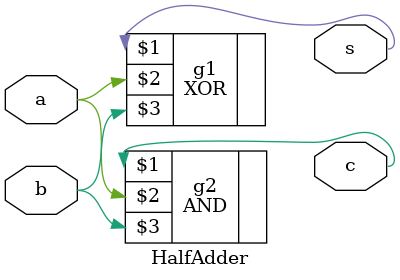
<source format=v>
`timescale 1ns/1ps

module Multiplier_4bit(a, b, p);
    input [3:0] a, b;
    output [7:0] p;
    
    wire [15:0] product;
    wire [11:0] cout, sum;
    
    genvar i;
    genvar j;
    generate
        for (i = 0; i < 4; i = i + 1) begin
            for (j = 0; j < 4; j = j + 1) begin
                AND production (product[i * 4 + j], a[i], b[j]); 
            end
        end
    endgenerate
    
    WIRE w (p[0], product[0]);
    FullAdder 
        _1  (product[0 * 4 + 1], product[1 * 4 + 0], 0,          p[1],          cout[0]),
        _2  (product[0 * 4 + 2], product[1 * 4 + 1], cout[0],    sum[1],        cout[1]),
        _3  (product[0 * 4 + 3], product[1 * 4 + 2], cout[1],    sum[2],        cout[2]),
        _4  (0,                  product[1 * 4 + 3], cout[2],    sum[3],        cout[3]),
        
        _5  (sum[1],             product[2 * 4 + 0], 0,          p[2],          cout[5]),
        _6  (sum[2],             product[2 * 4 + 1], cout[5],    sum[6],        cout[6]),
        _7  (sum[3],             product[2 * 4 + 2], cout[6],    sum[7],        cout[7]),
        _8  (cout[3],            product[2 * 4 + 3], cout[7],    sum[8],        cout[8]),
        
        _9  (sum[6],            product[3 * 4 + 0], 0,          p[3],          cout[9]),
        _10 (sum[7],            product[3 * 4 + 1], cout[9],    p[4],          cout[10]),
        _11 (sum[8],            product[3 * 4 + 2], cout[10],   p[5],          cout[11]),
        _12 (cout[8],           product[3 * 4 + 3], cout[11],   p[6],          p[7]);
endmodule

module FullAdder (a, b, c0, s, c1);
    input a, b, c0;
    output s, c1;
    
    wire carry, sum;
    HalfAdder   ha1 (a, b, sum, carry),
                ha2 (sum, c0, s, c1);
endmodule

module HalfAdder (a, b, s, c);
    input a, b;
    output s, c;
    
    XOR g1 (s, a, b);
    AND g2 (c, a, b);
endmodule
</source>
